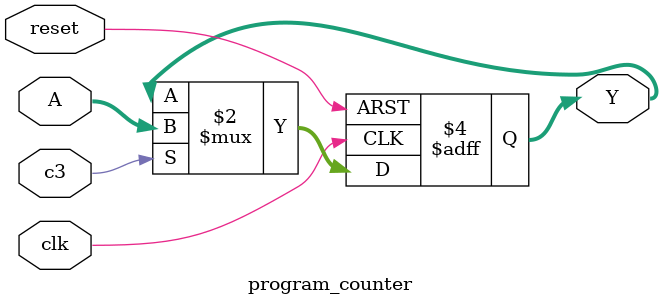
<source format=v>
module program_counter (
    input wire clk,
    input wire reset,
    input wire [5:0] A,
    input wire c3,
    output reg [5:0] Y
);
    always @(posedge clk or posedge reset) begin
        if (reset) begin
            Y <= 6'b000000;
        end
        else if (c3) begin
            Y <= A;
        end
    end
endmodule
</source>
